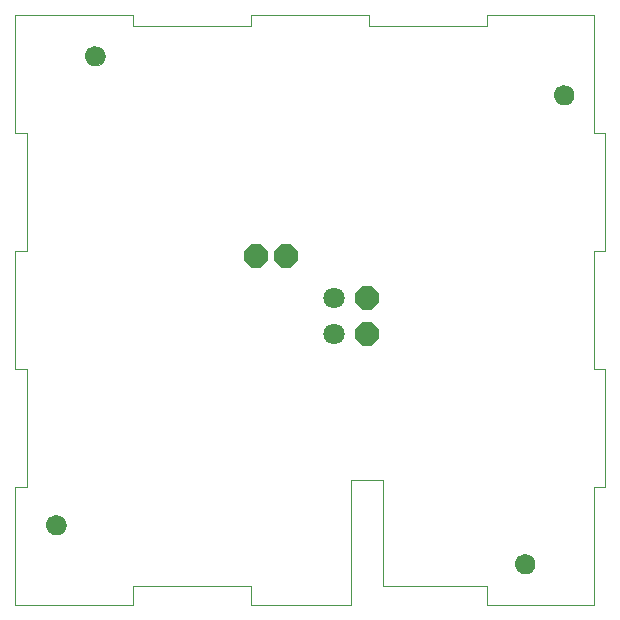
<source format=gbs>
G75*
%MOIN*%
%OFA0B0*%
%FSLAX25Y25*%
%IPPOS*%
%LPD*%
%AMOC8*
5,1,8,0,0,1.08239X$1,22.5*
%
%ADD10C,0.00004*%
%ADD11C,0.00000*%
%ADD12C,0.06699*%
%ADD13C,0.04337*%
%ADD14OC8,0.08000*%
%ADD15C,0.07093*%
D10*
X0001591Y0001591D02*
X0040961Y0001591D01*
X0040961Y0007890D01*
X0080331Y0007890D01*
X0080331Y0001591D01*
X0113795Y0001591D01*
X0113795Y0043323D01*
X0124425Y0043323D01*
X0124425Y0007890D01*
X0159071Y0007890D01*
X0159071Y0001591D01*
X0194504Y0001591D01*
X0194504Y0040961D01*
X0198441Y0040961D01*
X0198441Y0080331D01*
X0194504Y0080331D01*
X0194504Y0119701D01*
X0198441Y0119701D01*
X0198441Y0159071D01*
X0194504Y0159071D01*
X0194504Y0198441D01*
X0159071Y0198441D01*
X0159071Y0194504D01*
X0119701Y0194504D01*
X0119701Y0198441D01*
X0080331Y0198441D01*
X0080331Y0194504D01*
X0040961Y0194504D01*
X0040961Y0198441D01*
X0001591Y0198441D01*
X0001591Y0159071D01*
X0005528Y0159071D01*
X0005528Y0119701D01*
X0001591Y0119701D01*
X0001591Y0080331D01*
X0005528Y0080331D01*
X0005528Y0040961D01*
X0001591Y0040961D01*
X0001591Y0001591D01*
D11*
X0012220Y0028362D02*
X0012222Y0028474D01*
X0012228Y0028585D01*
X0012238Y0028697D01*
X0012252Y0028808D01*
X0012269Y0028918D01*
X0012291Y0029028D01*
X0012317Y0029137D01*
X0012346Y0029245D01*
X0012379Y0029351D01*
X0012416Y0029457D01*
X0012457Y0029561D01*
X0012502Y0029664D01*
X0012550Y0029765D01*
X0012601Y0029864D01*
X0012656Y0029961D01*
X0012715Y0030056D01*
X0012776Y0030150D01*
X0012841Y0030241D01*
X0012910Y0030329D01*
X0012981Y0030415D01*
X0013055Y0030499D01*
X0013133Y0030579D01*
X0013213Y0030657D01*
X0013296Y0030733D01*
X0013381Y0030805D01*
X0013469Y0030874D01*
X0013559Y0030940D01*
X0013652Y0031002D01*
X0013747Y0031062D01*
X0013844Y0031118D01*
X0013942Y0031170D01*
X0014043Y0031219D01*
X0014145Y0031264D01*
X0014249Y0031306D01*
X0014354Y0031344D01*
X0014461Y0031378D01*
X0014568Y0031408D01*
X0014677Y0031435D01*
X0014786Y0031457D01*
X0014897Y0031476D01*
X0015007Y0031491D01*
X0015119Y0031502D01*
X0015230Y0031509D01*
X0015342Y0031512D01*
X0015454Y0031511D01*
X0015566Y0031506D01*
X0015677Y0031497D01*
X0015788Y0031484D01*
X0015899Y0031467D01*
X0016009Y0031447D01*
X0016118Y0031422D01*
X0016226Y0031394D01*
X0016333Y0031361D01*
X0016439Y0031325D01*
X0016543Y0031285D01*
X0016646Y0031242D01*
X0016748Y0031195D01*
X0016847Y0031144D01*
X0016945Y0031090D01*
X0017041Y0031032D01*
X0017135Y0030971D01*
X0017226Y0030907D01*
X0017315Y0030840D01*
X0017402Y0030769D01*
X0017486Y0030695D01*
X0017568Y0030619D01*
X0017646Y0030539D01*
X0017722Y0030457D01*
X0017795Y0030372D01*
X0017865Y0030285D01*
X0017931Y0030195D01*
X0017995Y0030103D01*
X0018055Y0030009D01*
X0018112Y0029913D01*
X0018165Y0029814D01*
X0018215Y0029714D01*
X0018261Y0029613D01*
X0018304Y0029509D01*
X0018343Y0029404D01*
X0018378Y0029298D01*
X0018409Y0029191D01*
X0018437Y0029082D01*
X0018460Y0028973D01*
X0018480Y0028863D01*
X0018496Y0028752D01*
X0018508Y0028641D01*
X0018516Y0028530D01*
X0018520Y0028418D01*
X0018520Y0028306D01*
X0018516Y0028194D01*
X0018508Y0028083D01*
X0018496Y0027972D01*
X0018480Y0027861D01*
X0018460Y0027751D01*
X0018437Y0027642D01*
X0018409Y0027533D01*
X0018378Y0027426D01*
X0018343Y0027320D01*
X0018304Y0027215D01*
X0018261Y0027111D01*
X0018215Y0027010D01*
X0018165Y0026910D01*
X0018112Y0026811D01*
X0018055Y0026715D01*
X0017995Y0026621D01*
X0017931Y0026529D01*
X0017865Y0026439D01*
X0017795Y0026352D01*
X0017722Y0026267D01*
X0017646Y0026185D01*
X0017568Y0026105D01*
X0017486Y0026029D01*
X0017402Y0025955D01*
X0017315Y0025884D01*
X0017226Y0025817D01*
X0017135Y0025753D01*
X0017041Y0025692D01*
X0016945Y0025634D01*
X0016847Y0025580D01*
X0016748Y0025529D01*
X0016646Y0025482D01*
X0016543Y0025439D01*
X0016439Y0025399D01*
X0016333Y0025363D01*
X0016226Y0025330D01*
X0016118Y0025302D01*
X0016009Y0025277D01*
X0015899Y0025257D01*
X0015788Y0025240D01*
X0015677Y0025227D01*
X0015566Y0025218D01*
X0015454Y0025213D01*
X0015342Y0025212D01*
X0015230Y0025215D01*
X0015119Y0025222D01*
X0015007Y0025233D01*
X0014897Y0025248D01*
X0014786Y0025267D01*
X0014677Y0025289D01*
X0014568Y0025316D01*
X0014461Y0025346D01*
X0014354Y0025380D01*
X0014249Y0025418D01*
X0014145Y0025460D01*
X0014043Y0025505D01*
X0013942Y0025554D01*
X0013844Y0025606D01*
X0013747Y0025662D01*
X0013652Y0025722D01*
X0013559Y0025784D01*
X0013469Y0025850D01*
X0013381Y0025919D01*
X0013296Y0025991D01*
X0013213Y0026067D01*
X0013133Y0026145D01*
X0013055Y0026225D01*
X0012981Y0026309D01*
X0012910Y0026395D01*
X0012841Y0026483D01*
X0012776Y0026574D01*
X0012715Y0026668D01*
X0012656Y0026763D01*
X0012601Y0026860D01*
X0012550Y0026959D01*
X0012502Y0027060D01*
X0012457Y0027163D01*
X0012416Y0027267D01*
X0012379Y0027373D01*
X0012346Y0027479D01*
X0012317Y0027587D01*
X0012291Y0027696D01*
X0012269Y0027806D01*
X0012252Y0027916D01*
X0012238Y0028027D01*
X0012228Y0028139D01*
X0012222Y0028250D01*
X0012220Y0028362D01*
X0105921Y0092142D02*
X0105923Y0092230D01*
X0105929Y0092318D01*
X0105939Y0092406D01*
X0105953Y0092494D01*
X0105970Y0092580D01*
X0105992Y0092666D01*
X0106017Y0092750D01*
X0106047Y0092834D01*
X0106079Y0092916D01*
X0106116Y0092996D01*
X0106156Y0093075D01*
X0106200Y0093152D01*
X0106247Y0093227D01*
X0106297Y0093299D01*
X0106351Y0093370D01*
X0106407Y0093437D01*
X0106467Y0093503D01*
X0106529Y0093565D01*
X0106595Y0093625D01*
X0106662Y0093681D01*
X0106733Y0093735D01*
X0106805Y0093785D01*
X0106880Y0093832D01*
X0106957Y0093876D01*
X0107036Y0093916D01*
X0107116Y0093953D01*
X0107198Y0093985D01*
X0107282Y0094015D01*
X0107366Y0094040D01*
X0107452Y0094062D01*
X0107538Y0094079D01*
X0107626Y0094093D01*
X0107714Y0094103D01*
X0107802Y0094109D01*
X0107890Y0094111D01*
X0107978Y0094109D01*
X0108066Y0094103D01*
X0108154Y0094093D01*
X0108242Y0094079D01*
X0108328Y0094062D01*
X0108414Y0094040D01*
X0108498Y0094015D01*
X0108582Y0093985D01*
X0108664Y0093953D01*
X0108744Y0093916D01*
X0108823Y0093876D01*
X0108900Y0093832D01*
X0108975Y0093785D01*
X0109047Y0093735D01*
X0109118Y0093681D01*
X0109185Y0093625D01*
X0109251Y0093565D01*
X0109313Y0093503D01*
X0109373Y0093437D01*
X0109429Y0093370D01*
X0109483Y0093299D01*
X0109533Y0093227D01*
X0109580Y0093152D01*
X0109624Y0093075D01*
X0109664Y0092996D01*
X0109701Y0092916D01*
X0109733Y0092834D01*
X0109763Y0092750D01*
X0109788Y0092666D01*
X0109810Y0092580D01*
X0109827Y0092494D01*
X0109841Y0092406D01*
X0109851Y0092318D01*
X0109857Y0092230D01*
X0109859Y0092142D01*
X0109857Y0092054D01*
X0109851Y0091966D01*
X0109841Y0091878D01*
X0109827Y0091790D01*
X0109810Y0091704D01*
X0109788Y0091618D01*
X0109763Y0091534D01*
X0109733Y0091450D01*
X0109701Y0091368D01*
X0109664Y0091288D01*
X0109624Y0091209D01*
X0109580Y0091132D01*
X0109533Y0091057D01*
X0109483Y0090985D01*
X0109429Y0090914D01*
X0109373Y0090847D01*
X0109313Y0090781D01*
X0109251Y0090719D01*
X0109185Y0090659D01*
X0109118Y0090603D01*
X0109047Y0090549D01*
X0108975Y0090499D01*
X0108900Y0090452D01*
X0108823Y0090408D01*
X0108744Y0090368D01*
X0108664Y0090331D01*
X0108582Y0090299D01*
X0108498Y0090269D01*
X0108414Y0090244D01*
X0108328Y0090222D01*
X0108242Y0090205D01*
X0108154Y0090191D01*
X0108066Y0090181D01*
X0107978Y0090175D01*
X0107890Y0090173D01*
X0107802Y0090175D01*
X0107714Y0090181D01*
X0107626Y0090191D01*
X0107538Y0090205D01*
X0107452Y0090222D01*
X0107366Y0090244D01*
X0107282Y0090269D01*
X0107198Y0090299D01*
X0107116Y0090331D01*
X0107036Y0090368D01*
X0106957Y0090408D01*
X0106880Y0090452D01*
X0106805Y0090499D01*
X0106733Y0090549D01*
X0106662Y0090603D01*
X0106595Y0090659D01*
X0106529Y0090719D01*
X0106467Y0090781D01*
X0106407Y0090847D01*
X0106351Y0090914D01*
X0106297Y0090985D01*
X0106247Y0091057D01*
X0106200Y0091132D01*
X0106156Y0091209D01*
X0106116Y0091288D01*
X0106079Y0091368D01*
X0106047Y0091450D01*
X0106017Y0091534D01*
X0105992Y0091618D01*
X0105970Y0091704D01*
X0105953Y0091790D01*
X0105939Y0091878D01*
X0105929Y0091966D01*
X0105923Y0092054D01*
X0105921Y0092142D01*
X0105921Y0103953D02*
X0105923Y0104041D01*
X0105929Y0104129D01*
X0105939Y0104217D01*
X0105953Y0104305D01*
X0105970Y0104391D01*
X0105992Y0104477D01*
X0106017Y0104561D01*
X0106047Y0104645D01*
X0106079Y0104727D01*
X0106116Y0104807D01*
X0106156Y0104886D01*
X0106200Y0104963D01*
X0106247Y0105038D01*
X0106297Y0105110D01*
X0106351Y0105181D01*
X0106407Y0105248D01*
X0106467Y0105314D01*
X0106529Y0105376D01*
X0106595Y0105436D01*
X0106662Y0105492D01*
X0106733Y0105546D01*
X0106805Y0105596D01*
X0106880Y0105643D01*
X0106957Y0105687D01*
X0107036Y0105727D01*
X0107116Y0105764D01*
X0107198Y0105796D01*
X0107282Y0105826D01*
X0107366Y0105851D01*
X0107452Y0105873D01*
X0107538Y0105890D01*
X0107626Y0105904D01*
X0107714Y0105914D01*
X0107802Y0105920D01*
X0107890Y0105922D01*
X0107978Y0105920D01*
X0108066Y0105914D01*
X0108154Y0105904D01*
X0108242Y0105890D01*
X0108328Y0105873D01*
X0108414Y0105851D01*
X0108498Y0105826D01*
X0108582Y0105796D01*
X0108664Y0105764D01*
X0108744Y0105727D01*
X0108823Y0105687D01*
X0108900Y0105643D01*
X0108975Y0105596D01*
X0109047Y0105546D01*
X0109118Y0105492D01*
X0109185Y0105436D01*
X0109251Y0105376D01*
X0109313Y0105314D01*
X0109373Y0105248D01*
X0109429Y0105181D01*
X0109483Y0105110D01*
X0109533Y0105038D01*
X0109580Y0104963D01*
X0109624Y0104886D01*
X0109664Y0104807D01*
X0109701Y0104727D01*
X0109733Y0104645D01*
X0109763Y0104561D01*
X0109788Y0104477D01*
X0109810Y0104391D01*
X0109827Y0104305D01*
X0109841Y0104217D01*
X0109851Y0104129D01*
X0109857Y0104041D01*
X0109859Y0103953D01*
X0109857Y0103865D01*
X0109851Y0103777D01*
X0109841Y0103689D01*
X0109827Y0103601D01*
X0109810Y0103515D01*
X0109788Y0103429D01*
X0109763Y0103345D01*
X0109733Y0103261D01*
X0109701Y0103179D01*
X0109664Y0103099D01*
X0109624Y0103020D01*
X0109580Y0102943D01*
X0109533Y0102868D01*
X0109483Y0102796D01*
X0109429Y0102725D01*
X0109373Y0102658D01*
X0109313Y0102592D01*
X0109251Y0102530D01*
X0109185Y0102470D01*
X0109118Y0102414D01*
X0109047Y0102360D01*
X0108975Y0102310D01*
X0108900Y0102263D01*
X0108823Y0102219D01*
X0108744Y0102179D01*
X0108664Y0102142D01*
X0108582Y0102110D01*
X0108498Y0102080D01*
X0108414Y0102055D01*
X0108328Y0102033D01*
X0108242Y0102016D01*
X0108154Y0102002D01*
X0108066Y0101992D01*
X0107978Y0101986D01*
X0107890Y0101984D01*
X0107802Y0101986D01*
X0107714Y0101992D01*
X0107626Y0102002D01*
X0107538Y0102016D01*
X0107452Y0102033D01*
X0107366Y0102055D01*
X0107282Y0102080D01*
X0107198Y0102110D01*
X0107116Y0102142D01*
X0107036Y0102179D01*
X0106957Y0102219D01*
X0106880Y0102263D01*
X0106805Y0102310D01*
X0106733Y0102360D01*
X0106662Y0102414D01*
X0106595Y0102470D01*
X0106529Y0102530D01*
X0106467Y0102592D01*
X0106407Y0102658D01*
X0106351Y0102725D01*
X0106297Y0102796D01*
X0106247Y0102868D01*
X0106200Y0102943D01*
X0106156Y0103020D01*
X0106116Y0103099D01*
X0106079Y0103179D01*
X0106047Y0103261D01*
X0106017Y0103345D01*
X0105992Y0103429D01*
X0105970Y0103515D01*
X0105953Y0103601D01*
X0105939Y0103689D01*
X0105929Y0103777D01*
X0105923Y0103865D01*
X0105921Y0103953D01*
X0181511Y0171669D02*
X0181513Y0171781D01*
X0181519Y0171892D01*
X0181529Y0172004D01*
X0181543Y0172115D01*
X0181560Y0172225D01*
X0181582Y0172335D01*
X0181608Y0172444D01*
X0181637Y0172552D01*
X0181670Y0172658D01*
X0181707Y0172764D01*
X0181748Y0172868D01*
X0181793Y0172971D01*
X0181841Y0173072D01*
X0181892Y0173171D01*
X0181947Y0173268D01*
X0182006Y0173363D01*
X0182067Y0173457D01*
X0182132Y0173548D01*
X0182201Y0173636D01*
X0182272Y0173722D01*
X0182346Y0173806D01*
X0182424Y0173886D01*
X0182504Y0173964D01*
X0182587Y0174040D01*
X0182672Y0174112D01*
X0182760Y0174181D01*
X0182850Y0174247D01*
X0182943Y0174309D01*
X0183038Y0174369D01*
X0183135Y0174425D01*
X0183233Y0174477D01*
X0183334Y0174526D01*
X0183436Y0174571D01*
X0183540Y0174613D01*
X0183645Y0174651D01*
X0183752Y0174685D01*
X0183859Y0174715D01*
X0183968Y0174742D01*
X0184077Y0174764D01*
X0184188Y0174783D01*
X0184298Y0174798D01*
X0184410Y0174809D01*
X0184521Y0174816D01*
X0184633Y0174819D01*
X0184745Y0174818D01*
X0184857Y0174813D01*
X0184968Y0174804D01*
X0185079Y0174791D01*
X0185190Y0174774D01*
X0185300Y0174754D01*
X0185409Y0174729D01*
X0185517Y0174701D01*
X0185624Y0174668D01*
X0185730Y0174632D01*
X0185834Y0174592D01*
X0185937Y0174549D01*
X0186039Y0174502D01*
X0186138Y0174451D01*
X0186236Y0174397D01*
X0186332Y0174339D01*
X0186426Y0174278D01*
X0186517Y0174214D01*
X0186606Y0174147D01*
X0186693Y0174076D01*
X0186777Y0174002D01*
X0186859Y0173926D01*
X0186937Y0173846D01*
X0187013Y0173764D01*
X0187086Y0173679D01*
X0187156Y0173592D01*
X0187222Y0173502D01*
X0187286Y0173410D01*
X0187346Y0173316D01*
X0187403Y0173220D01*
X0187456Y0173121D01*
X0187506Y0173021D01*
X0187552Y0172920D01*
X0187595Y0172816D01*
X0187634Y0172711D01*
X0187669Y0172605D01*
X0187700Y0172498D01*
X0187728Y0172389D01*
X0187751Y0172280D01*
X0187771Y0172170D01*
X0187787Y0172059D01*
X0187799Y0171948D01*
X0187807Y0171837D01*
X0187811Y0171725D01*
X0187811Y0171613D01*
X0187807Y0171501D01*
X0187799Y0171390D01*
X0187787Y0171279D01*
X0187771Y0171168D01*
X0187751Y0171058D01*
X0187728Y0170949D01*
X0187700Y0170840D01*
X0187669Y0170733D01*
X0187634Y0170627D01*
X0187595Y0170522D01*
X0187552Y0170418D01*
X0187506Y0170317D01*
X0187456Y0170217D01*
X0187403Y0170118D01*
X0187346Y0170022D01*
X0187286Y0169928D01*
X0187222Y0169836D01*
X0187156Y0169746D01*
X0187086Y0169659D01*
X0187013Y0169574D01*
X0186937Y0169492D01*
X0186859Y0169412D01*
X0186777Y0169336D01*
X0186693Y0169262D01*
X0186606Y0169191D01*
X0186517Y0169124D01*
X0186426Y0169060D01*
X0186332Y0168999D01*
X0186236Y0168941D01*
X0186138Y0168887D01*
X0186039Y0168836D01*
X0185937Y0168789D01*
X0185834Y0168746D01*
X0185730Y0168706D01*
X0185624Y0168670D01*
X0185517Y0168637D01*
X0185409Y0168609D01*
X0185300Y0168584D01*
X0185190Y0168564D01*
X0185079Y0168547D01*
X0184968Y0168534D01*
X0184857Y0168525D01*
X0184745Y0168520D01*
X0184633Y0168519D01*
X0184521Y0168522D01*
X0184410Y0168529D01*
X0184298Y0168540D01*
X0184188Y0168555D01*
X0184077Y0168574D01*
X0183968Y0168596D01*
X0183859Y0168623D01*
X0183752Y0168653D01*
X0183645Y0168687D01*
X0183540Y0168725D01*
X0183436Y0168767D01*
X0183334Y0168812D01*
X0183233Y0168861D01*
X0183135Y0168913D01*
X0183038Y0168969D01*
X0182943Y0169029D01*
X0182850Y0169091D01*
X0182760Y0169157D01*
X0182672Y0169226D01*
X0182587Y0169298D01*
X0182504Y0169374D01*
X0182424Y0169452D01*
X0182346Y0169532D01*
X0182272Y0169616D01*
X0182201Y0169702D01*
X0182132Y0169790D01*
X0182067Y0169881D01*
X0182006Y0169975D01*
X0181947Y0170070D01*
X0181892Y0170167D01*
X0181841Y0170266D01*
X0181793Y0170367D01*
X0181748Y0170470D01*
X0181707Y0170574D01*
X0181670Y0170680D01*
X0181637Y0170786D01*
X0181608Y0170894D01*
X0181582Y0171003D01*
X0181560Y0171113D01*
X0181543Y0171223D01*
X0181529Y0171334D01*
X0181519Y0171446D01*
X0181513Y0171557D01*
X0181511Y0171669D01*
X0025212Y0184661D02*
X0025214Y0184773D01*
X0025220Y0184884D01*
X0025230Y0184996D01*
X0025244Y0185107D01*
X0025261Y0185217D01*
X0025283Y0185327D01*
X0025309Y0185436D01*
X0025338Y0185544D01*
X0025371Y0185650D01*
X0025408Y0185756D01*
X0025449Y0185860D01*
X0025494Y0185963D01*
X0025542Y0186064D01*
X0025593Y0186163D01*
X0025648Y0186260D01*
X0025707Y0186355D01*
X0025768Y0186449D01*
X0025833Y0186540D01*
X0025902Y0186628D01*
X0025973Y0186714D01*
X0026047Y0186798D01*
X0026125Y0186878D01*
X0026205Y0186956D01*
X0026288Y0187032D01*
X0026373Y0187104D01*
X0026461Y0187173D01*
X0026551Y0187239D01*
X0026644Y0187301D01*
X0026739Y0187361D01*
X0026836Y0187417D01*
X0026934Y0187469D01*
X0027035Y0187518D01*
X0027137Y0187563D01*
X0027241Y0187605D01*
X0027346Y0187643D01*
X0027453Y0187677D01*
X0027560Y0187707D01*
X0027669Y0187734D01*
X0027778Y0187756D01*
X0027889Y0187775D01*
X0027999Y0187790D01*
X0028111Y0187801D01*
X0028222Y0187808D01*
X0028334Y0187811D01*
X0028446Y0187810D01*
X0028558Y0187805D01*
X0028669Y0187796D01*
X0028780Y0187783D01*
X0028891Y0187766D01*
X0029001Y0187746D01*
X0029110Y0187721D01*
X0029218Y0187693D01*
X0029325Y0187660D01*
X0029431Y0187624D01*
X0029535Y0187584D01*
X0029638Y0187541D01*
X0029740Y0187494D01*
X0029839Y0187443D01*
X0029937Y0187389D01*
X0030033Y0187331D01*
X0030127Y0187270D01*
X0030218Y0187206D01*
X0030307Y0187139D01*
X0030394Y0187068D01*
X0030478Y0186994D01*
X0030560Y0186918D01*
X0030638Y0186838D01*
X0030714Y0186756D01*
X0030787Y0186671D01*
X0030857Y0186584D01*
X0030923Y0186494D01*
X0030987Y0186402D01*
X0031047Y0186308D01*
X0031104Y0186212D01*
X0031157Y0186113D01*
X0031207Y0186013D01*
X0031253Y0185912D01*
X0031296Y0185808D01*
X0031335Y0185703D01*
X0031370Y0185597D01*
X0031401Y0185490D01*
X0031429Y0185381D01*
X0031452Y0185272D01*
X0031472Y0185162D01*
X0031488Y0185051D01*
X0031500Y0184940D01*
X0031508Y0184829D01*
X0031512Y0184717D01*
X0031512Y0184605D01*
X0031508Y0184493D01*
X0031500Y0184382D01*
X0031488Y0184271D01*
X0031472Y0184160D01*
X0031452Y0184050D01*
X0031429Y0183941D01*
X0031401Y0183832D01*
X0031370Y0183725D01*
X0031335Y0183619D01*
X0031296Y0183514D01*
X0031253Y0183410D01*
X0031207Y0183309D01*
X0031157Y0183209D01*
X0031104Y0183110D01*
X0031047Y0183014D01*
X0030987Y0182920D01*
X0030923Y0182828D01*
X0030857Y0182738D01*
X0030787Y0182651D01*
X0030714Y0182566D01*
X0030638Y0182484D01*
X0030560Y0182404D01*
X0030478Y0182328D01*
X0030394Y0182254D01*
X0030307Y0182183D01*
X0030218Y0182116D01*
X0030127Y0182052D01*
X0030033Y0181991D01*
X0029937Y0181933D01*
X0029839Y0181879D01*
X0029740Y0181828D01*
X0029638Y0181781D01*
X0029535Y0181738D01*
X0029431Y0181698D01*
X0029325Y0181662D01*
X0029218Y0181629D01*
X0029110Y0181601D01*
X0029001Y0181576D01*
X0028891Y0181556D01*
X0028780Y0181539D01*
X0028669Y0181526D01*
X0028558Y0181517D01*
X0028446Y0181512D01*
X0028334Y0181511D01*
X0028222Y0181514D01*
X0028111Y0181521D01*
X0027999Y0181532D01*
X0027889Y0181547D01*
X0027778Y0181566D01*
X0027669Y0181588D01*
X0027560Y0181615D01*
X0027453Y0181645D01*
X0027346Y0181679D01*
X0027241Y0181717D01*
X0027137Y0181759D01*
X0027035Y0181804D01*
X0026934Y0181853D01*
X0026836Y0181905D01*
X0026739Y0181961D01*
X0026644Y0182021D01*
X0026551Y0182083D01*
X0026461Y0182149D01*
X0026373Y0182218D01*
X0026288Y0182290D01*
X0026205Y0182366D01*
X0026125Y0182444D01*
X0026047Y0182524D01*
X0025973Y0182608D01*
X0025902Y0182694D01*
X0025833Y0182782D01*
X0025768Y0182873D01*
X0025707Y0182967D01*
X0025648Y0183062D01*
X0025593Y0183159D01*
X0025542Y0183258D01*
X0025494Y0183359D01*
X0025449Y0183462D01*
X0025408Y0183566D01*
X0025371Y0183672D01*
X0025338Y0183778D01*
X0025309Y0183886D01*
X0025283Y0183995D01*
X0025261Y0184105D01*
X0025244Y0184215D01*
X0025230Y0184326D01*
X0025220Y0184438D01*
X0025214Y0184549D01*
X0025212Y0184661D01*
X0168519Y0015370D02*
X0168521Y0015482D01*
X0168527Y0015593D01*
X0168537Y0015705D01*
X0168551Y0015816D01*
X0168568Y0015926D01*
X0168590Y0016036D01*
X0168616Y0016145D01*
X0168645Y0016253D01*
X0168678Y0016359D01*
X0168715Y0016465D01*
X0168756Y0016569D01*
X0168801Y0016672D01*
X0168849Y0016773D01*
X0168900Y0016872D01*
X0168955Y0016969D01*
X0169014Y0017064D01*
X0169075Y0017158D01*
X0169140Y0017249D01*
X0169209Y0017337D01*
X0169280Y0017423D01*
X0169354Y0017507D01*
X0169432Y0017587D01*
X0169512Y0017665D01*
X0169595Y0017741D01*
X0169680Y0017813D01*
X0169768Y0017882D01*
X0169858Y0017948D01*
X0169951Y0018010D01*
X0170046Y0018070D01*
X0170143Y0018126D01*
X0170241Y0018178D01*
X0170342Y0018227D01*
X0170444Y0018272D01*
X0170548Y0018314D01*
X0170653Y0018352D01*
X0170760Y0018386D01*
X0170867Y0018416D01*
X0170976Y0018443D01*
X0171085Y0018465D01*
X0171196Y0018484D01*
X0171306Y0018499D01*
X0171418Y0018510D01*
X0171529Y0018517D01*
X0171641Y0018520D01*
X0171753Y0018519D01*
X0171865Y0018514D01*
X0171976Y0018505D01*
X0172087Y0018492D01*
X0172198Y0018475D01*
X0172308Y0018455D01*
X0172417Y0018430D01*
X0172525Y0018402D01*
X0172632Y0018369D01*
X0172738Y0018333D01*
X0172842Y0018293D01*
X0172945Y0018250D01*
X0173047Y0018203D01*
X0173146Y0018152D01*
X0173244Y0018098D01*
X0173340Y0018040D01*
X0173434Y0017979D01*
X0173525Y0017915D01*
X0173614Y0017848D01*
X0173701Y0017777D01*
X0173785Y0017703D01*
X0173867Y0017627D01*
X0173945Y0017547D01*
X0174021Y0017465D01*
X0174094Y0017380D01*
X0174164Y0017293D01*
X0174230Y0017203D01*
X0174294Y0017111D01*
X0174354Y0017017D01*
X0174411Y0016921D01*
X0174464Y0016822D01*
X0174514Y0016722D01*
X0174560Y0016621D01*
X0174603Y0016517D01*
X0174642Y0016412D01*
X0174677Y0016306D01*
X0174708Y0016199D01*
X0174736Y0016090D01*
X0174759Y0015981D01*
X0174779Y0015871D01*
X0174795Y0015760D01*
X0174807Y0015649D01*
X0174815Y0015538D01*
X0174819Y0015426D01*
X0174819Y0015314D01*
X0174815Y0015202D01*
X0174807Y0015091D01*
X0174795Y0014980D01*
X0174779Y0014869D01*
X0174759Y0014759D01*
X0174736Y0014650D01*
X0174708Y0014541D01*
X0174677Y0014434D01*
X0174642Y0014328D01*
X0174603Y0014223D01*
X0174560Y0014119D01*
X0174514Y0014018D01*
X0174464Y0013918D01*
X0174411Y0013819D01*
X0174354Y0013723D01*
X0174294Y0013629D01*
X0174230Y0013537D01*
X0174164Y0013447D01*
X0174094Y0013360D01*
X0174021Y0013275D01*
X0173945Y0013193D01*
X0173867Y0013113D01*
X0173785Y0013037D01*
X0173701Y0012963D01*
X0173614Y0012892D01*
X0173525Y0012825D01*
X0173434Y0012761D01*
X0173340Y0012700D01*
X0173244Y0012642D01*
X0173146Y0012588D01*
X0173047Y0012537D01*
X0172945Y0012490D01*
X0172842Y0012447D01*
X0172738Y0012407D01*
X0172632Y0012371D01*
X0172525Y0012338D01*
X0172417Y0012310D01*
X0172308Y0012285D01*
X0172198Y0012265D01*
X0172087Y0012248D01*
X0171976Y0012235D01*
X0171865Y0012226D01*
X0171753Y0012221D01*
X0171641Y0012220D01*
X0171529Y0012223D01*
X0171418Y0012230D01*
X0171306Y0012241D01*
X0171196Y0012256D01*
X0171085Y0012275D01*
X0170976Y0012297D01*
X0170867Y0012324D01*
X0170760Y0012354D01*
X0170653Y0012388D01*
X0170548Y0012426D01*
X0170444Y0012468D01*
X0170342Y0012513D01*
X0170241Y0012562D01*
X0170143Y0012614D01*
X0170046Y0012670D01*
X0169951Y0012730D01*
X0169858Y0012792D01*
X0169768Y0012858D01*
X0169680Y0012927D01*
X0169595Y0012999D01*
X0169512Y0013075D01*
X0169432Y0013153D01*
X0169354Y0013233D01*
X0169280Y0013317D01*
X0169209Y0013403D01*
X0169140Y0013491D01*
X0169075Y0013582D01*
X0169014Y0013676D01*
X0168955Y0013771D01*
X0168900Y0013868D01*
X0168849Y0013967D01*
X0168801Y0014068D01*
X0168756Y0014171D01*
X0168715Y0014275D01*
X0168678Y0014381D01*
X0168645Y0014487D01*
X0168616Y0014595D01*
X0168590Y0014704D01*
X0168568Y0014814D01*
X0168551Y0014924D01*
X0168537Y0015035D01*
X0168527Y0015147D01*
X0168521Y0015258D01*
X0168519Y0015370D01*
D12*
X0171669Y0015370D03*
X0015370Y0028362D03*
X0028362Y0184661D03*
X0184661Y0171669D03*
D13*
X0107890Y0103953D03*
X0107890Y0092142D03*
D14*
X0118913Y0092142D03*
X0118913Y0103953D03*
X0091945Y0118126D03*
X0081906Y0118126D03*
D15*
X0107890Y0103953D03*
X0107890Y0092142D03*
M02*

</source>
